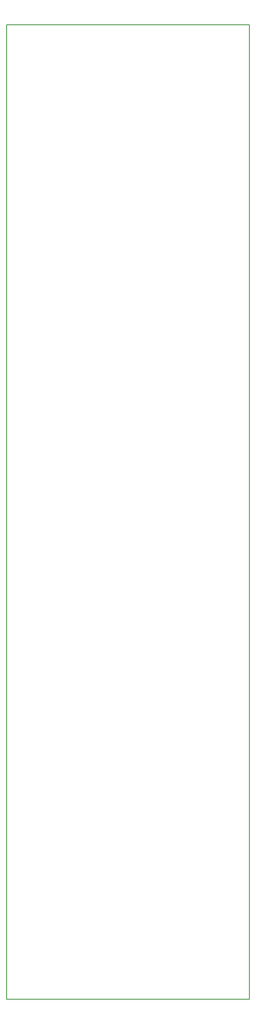
<source format=gm1>
G04 MADE WITH FRITZING*
G04 WWW.FRITZING.ORG*
G04 DOUBLE SIDED*
G04 HOLES PLATED*
G04 CONTOUR ON CENTER OF CONTOUR VECTOR*
%ASAXBY*%
%FSLAX23Y23*%
%MOIN*%
%OFA0B0*%
%SFA1.0B1.0*%
%ADD10R,1.968500X7.874020*%
%ADD11C,0.008000*%
%ADD10C,0.008*%
%LNCONTOUR*%
G90*
G70*
G54D10*
G54D11*
X4Y7870D02*
X1965Y7870D01*
X1965Y4D01*
X4Y4D01*
X4Y7870D01*
D02*
G04 End of contour*
M02*
</source>
